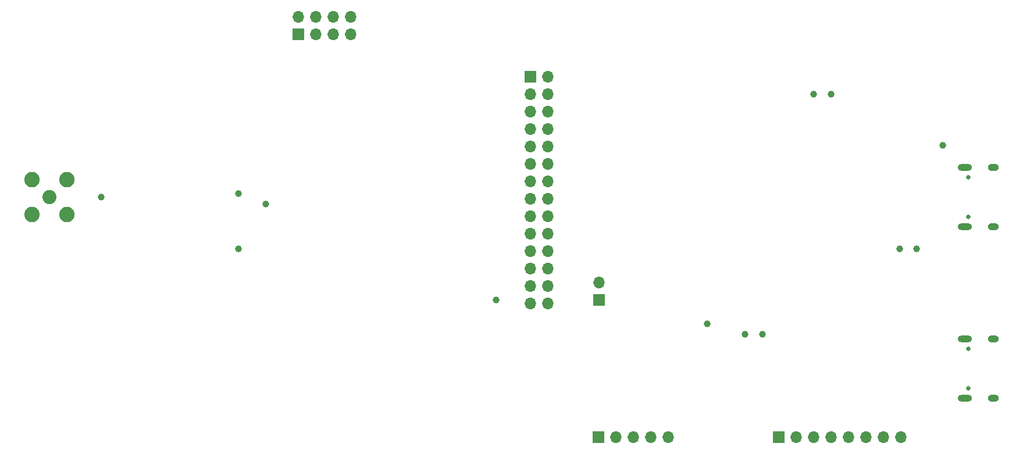
<source format=gbs>
G04 #@! TF.GenerationSoftware,KiCad,Pcbnew,8.0.9-8.0.9-0~ubuntu22.04.1*
G04 #@! TF.CreationDate,2025-02-26T12:05:10+08:00*
G04 #@! TF.ProjectId,dcmiad32h7,64636d69-6164-4333-9268-372e6b696361,rev?*
G04 #@! TF.SameCoordinates,Original*
G04 #@! TF.FileFunction,Soldermask,Bot*
G04 #@! TF.FilePolarity,Negative*
%FSLAX46Y46*%
G04 Gerber Fmt 4.6, Leading zero omitted, Abs format (unit mm)*
G04 Created by KiCad (PCBNEW 8.0.9-8.0.9-0~ubuntu22.04.1) date 2025-02-26 12:05:10*
%MOMM*%
%LPD*%
G01*
G04 APERTURE LIST*
%ADD10C,1.000000*%
%ADD11R,1.700000X1.700000*%
%ADD12O,1.700000X1.700000*%
%ADD13C,0.650000*%
%ADD14O,2.100000X1.000000*%
%ADD15O,1.600000X1.000000*%
%ADD16C,2.050000*%
%ADD17C,2.250000*%
G04 APERTURE END LIST*
D10*
X87500000Y-107500000D03*
X173750000Y-85000000D03*
X91500000Y-101000000D03*
X125000000Y-115000000D03*
X183750000Y-107500000D03*
D11*
X96200000Y-76275000D03*
D12*
X96200000Y-73735000D03*
X98740000Y-76275000D03*
X98740000Y-73735000D03*
X101280000Y-76275000D03*
X101280000Y-73735000D03*
X103820000Y-76275000D03*
X103820000Y-73735000D03*
D10*
X161250000Y-120000000D03*
D13*
X193720000Y-102890000D03*
X193720000Y-97110000D03*
D14*
X193220000Y-104320000D03*
D15*
X197400000Y-104320000D03*
D14*
X193220000Y-95680000D03*
D15*
X197400000Y-95680000D03*
D10*
X87500000Y-99500000D03*
X186250000Y-107500000D03*
D11*
X140000000Y-115000000D03*
D12*
X140000000Y-112460000D03*
D10*
X163750000Y-120000000D03*
D13*
X193720000Y-127890000D03*
X193720000Y-122110000D03*
D14*
X193220000Y-129320000D03*
D15*
X197400000Y-129320000D03*
D14*
X193220000Y-120680000D03*
D15*
X197400000Y-120680000D03*
D10*
X190000000Y-92500000D03*
D11*
X130000000Y-82500000D03*
D12*
X132540000Y-82500000D03*
X130000000Y-85040000D03*
X132540000Y-85040000D03*
X130000000Y-87580000D03*
X132540000Y-87580000D03*
X130000000Y-90120000D03*
X132540000Y-90120000D03*
X130000000Y-92660000D03*
X132540000Y-92660000D03*
X130000000Y-95200000D03*
X132540000Y-95200000D03*
X130000000Y-97740000D03*
X132540000Y-97740000D03*
X130000000Y-100280000D03*
X132540000Y-100280000D03*
X130000000Y-102820000D03*
X132540000Y-102820000D03*
X130000000Y-105360000D03*
X132540000Y-105360000D03*
X130000000Y-107900000D03*
X132540000Y-107900000D03*
X130000000Y-110440000D03*
X132540000Y-110440000D03*
X130000000Y-112980000D03*
X132540000Y-112980000D03*
X130000000Y-115520000D03*
X132540000Y-115520000D03*
D11*
X166125000Y-135000000D03*
D12*
X168665000Y-135000000D03*
X171205000Y-135000000D03*
X173745000Y-135000000D03*
X176285000Y-135000000D03*
X178825000Y-135000000D03*
X181365000Y-135000000D03*
X183905000Y-135000000D03*
D10*
X171250000Y-85000000D03*
D11*
X139925000Y-135000000D03*
D12*
X142465000Y-135000000D03*
X145005000Y-135000000D03*
X147545000Y-135000000D03*
X150085000Y-135000000D03*
D10*
X155750000Y-118500000D03*
X67500000Y-100000000D03*
D16*
X60000000Y-100000000D03*
D17*
X57460000Y-97460000D03*
X57460000Y-102540000D03*
X62540000Y-97460000D03*
X62540000Y-102540000D03*
M02*

</source>
